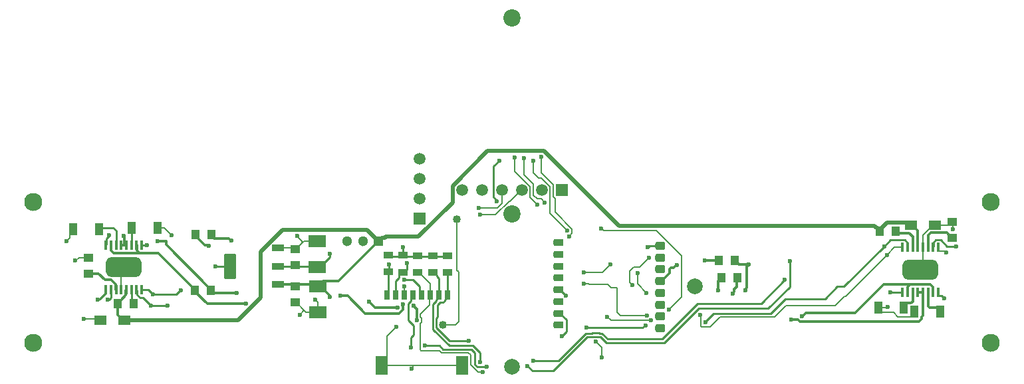
<source format=gbl>
G04*
G04 #@! TF.GenerationSoftware,Altium Limited,Altium Designer,21.3.2 (30)*
G04*
G04 Layer_Physical_Order=4*
G04 Layer_Color=16711680*
%FSLAX43Y43*%
%MOMM*%
G71*
G04*
G04 #@! TF.SameCoordinates,E583AE15-D421-4EF2-A5E4-CEDEED2159FB*
G04*
G04*
G04 #@! TF.FilePolarity,Positive*
G04*
G01*
G75*
%ADD15C,0.254*%
%ADD17C,0.203*%
%ADD24R,1.067X1.524*%
%ADD29R,1.270X1.016*%
%ADD31R,1.270X0.889*%
%ADD33R,1.016X1.270*%
%ADD70C,0.305*%
%ADD71C,0.508*%
%ADD72C,2.000*%
%ADD73C,1.300*%
%ADD74R,1.300X1.300*%
%ADD75C,2.200*%
%ADD76C,2.300*%
%ADD77C,2.300*%
%ADD78C,0.700*%
%ADD79C,1.500*%
%ADD80R,1.500X1.500*%
%ADD81R,1.500X1.500*%
%ADD82C,0.600*%
%ADD83C,1.016*%
G04:AMPARAMS|DCode=84|XSize=0.9mm|YSize=1.27mm|CornerRadius=0.225mm|HoleSize=0mm|Usage=FLASHONLY|Rotation=270.000|XOffset=0mm|YOffset=0mm|HoleType=Round|Shape=RoundedRectangle|*
%AMROUNDEDRECTD84*
21,1,0.900,0.820,0,0,270.0*
21,1,0.450,1.270,0,0,270.0*
1,1,0.450,-0.410,-0.225*
1,1,0.450,-0.410,0.225*
1,1,0.450,0.410,0.225*
1,1,0.450,0.410,-0.225*
%
%ADD84ROUNDEDRECTD84*%
G04:AMPARAMS|DCode=85|XSize=1mm|YSize=1.27mm|CornerRadius=0.25mm|HoleSize=0mm|Usage=FLASHONLY|Rotation=90.000|XOffset=0mm|YOffset=0mm|HoleType=Round|Shape=RoundedRectangle|*
%AMROUNDEDRECTD85*
21,1,1.000,0.770,0,0,90.0*
21,1,0.500,1.270,0,0,90.0*
1,1,0.500,0.385,0.250*
1,1,0.500,0.385,-0.250*
1,1,0.500,-0.385,-0.250*
1,1,0.500,-0.385,0.250*
%
%ADD85ROUNDEDRECTD85*%
%ADD86R,1.500X2.400*%
%ADD87R,0.800X1.300*%
G04:AMPARAMS|DCode=88|XSize=0.9mm|YSize=1.45mm|CornerRadius=0.05mm|HoleSize=0mm|Usage=FLASHONLY|Rotation=90.000|XOffset=0mm|YOffset=0mm|HoleType=Round|Shape=RoundedRectangle|*
%AMROUNDEDRECTD88*
21,1,0.900,1.351,0,0,90.0*
21,1,0.801,1.450,0,0,90.0*
1,1,0.099,0.676,0.401*
1,1,0.099,0.676,-0.401*
1,1,0.099,-0.676,-0.401*
1,1,0.099,-0.676,0.401*
%
%ADD88ROUNDEDRECTD88*%
G04:AMPARAMS|DCode=89|XSize=3.15mm|YSize=1.45mm|CornerRadius=0.051mm|HoleSize=0mm|Usage=FLASHONLY|Rotation=90.000|XOffset=0mm|YOffset=0mm|HoleType=Round|Shape=RoundedRectangle|*
%AMROUNDEDRECTD89*
21,1,3.150,1.349,0,0,90.0*
21,1,3.049,1.450,0,0,90.0*
1,1,0.102,0.674,1.524*
1,1,0.102,0.674,-1.524*
1,1,0.102,-0.674,-1.524*
1,1,0.102,-0.674,1.524*
%
%ADD89ROUNDEDRECTD89*%
G04:AMPARAMS|DCode=90|XSize=2.5mm|YSize=4.5mm|CornerRadius=0.625mm|HoleSize=0mm|Usage=FLASHONLY|Rotation=90.000|XOffset=0mm|YOffset=0mm|HoleType=Round|Shape=RoundedRectangle|*
%AMROUNDEDRECTD90*
21,1,2.500,3.250,0,0,90.0*
21,1,1.250,4.500,0,0,90.0*
1,1,1.250,1.625,0.625*
1,1,1.250,1.625,-0.625*
1,1,1.250,-1.625,-0.625*
1,1,1.250,-1.625,0.625*
%
%ADD90ROUNDEDRECTD90*%
G04:AMPARAMS|DCode=91|XSize=0.4mm|YSize=1.2mm|CornerRadius=0.05mm|HoleSize=0mm|Usage=FLASHONLY|Rotation=0.000|XOffset=0mm|YOffset=0mm|HoleType=Round|Shape=RoundedRectangle|*
%AMROUNDEDRECTD91*
21,1,0.400,1.100,0,0,0.0*
21,1,0.300,1.200,0,0,0.0*
1,1,0.100,0.150,-0.550*
1,1,0.100,-0.150,-0.550*
1,1,0.100,-0.150,0.550*
1,1,0.100,0.150,0.550*
%
%ADD91ROUNDEDRECTD91*%
%ADD92R,2.286X1.626*%
%ADD93R,1.575X1.219*%
D15*
X64749Y54399D02*
X65350Y55000D01*
Y56485D01*
X64535Y57300D02*
X65350Y56485D01*
X64350Y57300D02*
X64535D01*
X75700Y65750D02*
X75794D01*
X75944Y65900D02*
X77350D01*
X75794Y65750D02*
X75944Y65900D01*
X56070Y76022D02*
X56798Y76750D01*
X56800D01*
X56070Y72124D02*
Y76022D01*
Y72124D02*
X56500Y71694D01*
Y71600D02*
Y71694D01*
X106650Y60000D02*
X108150D01*
X113173Y59527D02*
X113475Y59225D01*
X112700Y59600D02*
X112773Y59527D01*
X113173D01*
X112700Y59600D02*
Y60000D01*
X44750Y61573D02*
X45827D01*
X46664Y60736D01*
X47355Y53163D02*
X49198D01*
X49648Y52713D01*
X45550Y54217D02*
X45879Y54547D01*
Y55771D01*
X45550Y52900D02*
Y54217D01*
X45220Y56430D02*
X45879Y55771D01*
X28675Y63300D02*
X33498D01*
X35250Y64418D02*
Y64850D01*
X33980Y63148D02*
X35250Y64418D01*
X33650Y63148D02*
X33980D01*
X20697Y63300D02*
X22525D01*
X15687Y59750D02*
X16187Y60250D01*
X12756Y59750D02*
X15687D01*
X16187Y60250D02*
X16280D01*
X13500Y58300D02*
X14550D01*
X13450Y58250D02*
X13500Y58300D01*
X42778Y64566D02*
X46456D01*
X83100Y56271D02*
X84107Y57278D01*
X83100Y56200D02*
Y56271D01*
X84107Y57278D02*
X91378D01*
X93250Y59150D01*
X93800Y60650D02*
Y63950D01*
X91050Y57900D02*
X93800Y60650D01*
X82200Y57900D02*
X91050D01*
X77800Y53500D02*
X82200Y57900D01*
X90150Y58550D02*
X93150Y61550D01*
X82051Y58550D02*
X90150D01*
X77551Y54050D02*
X82051Y58550D01*
X93250Y59150D02*
X98300D01*
X99850Y60700D01*
X100669D01*
X105810Y65840D01*
X108727Y65773D02*
Y66356D01*
X106596Y66627D02*
X108456D01*
X108727Y65773D02*
X108800Y65700D01*
X108456Y66627D02*
X108727Y66356D01*
X105810Y65840D02*
X106596Y66627D01*
X113833Y65800D02*
X114960D01*
X113006Y66627D02*
X113833Y65800D01*
X112394Y66627D02*
X113006D01*
X112050Y65700D02*
X112123Y65773D01*
Y66356D01*
X112394Y66627D01*
X67900Y55450D02*
X75056D01*
X75356Y55750D02*
X75450D01*
X75056Y55450D02*
X75356Y55750D01*
X68638Y54750D02*
X68660Y54772D01*
X69560D02*
X69582Y54750D01*
X68660Y54772D02*
X69560D01*
X69582Y54750D02*
X69900D01*
X68828Y54293D02*
X68849Y54315D01*
X69371D02*
X69393Y54293D01*
X63696Y49950D02*
X68039Y54293D01*
X69393D02*
X69657D01*
X67850Y54750D02*
X68638D01*
X69657Y54293D02*
X70450Y53500D01*
X68039Y54293D02*
X68828D01*
X64350Y51250D02*
X67850Y54750D01*
X69900D02*
X70600Y54050D01*
X68849Y54315D02*
X69371D01*
X61154Y51250D02*
X64350D01*
X61050Y49950D02*
X63696D01*
X70450Y53500D02*
X77800D01*
X70600Y54050D02*
X77551D01*
X60412Y50588D02*
X61050Y49950D01*
X61112Y51208D02*
X61154Y51250D01*
X50437Y53170D02*
X53430D01*
X48801Y56665D02*
X48950Y56814D01*
X48344Y55264D02*
X50437Y53170D01*
X48801Y55453D02*
Y56665D01*
Y55453D02*
X50453Y53800D01*
X52900D01*
X48344Y56854D02*
X48350Y56860D01*
X48344Y55264D02*
Y56854D01*
X48350Y56860D02*
Y58451D01*
X48950Y56814D02*
Y58363D01*
X49260Y58673D01*
X49672D01*
X49864Y58865D02*
Y59027D01*
X49672Y58673D02*
X49864Y58865D01*
Y59027D02*
X50237Y59400D01*
Y59650D01*
X49137Y59400D02*
Y61733D01*
X48764Y58865D02*
Y59027D01*
X49137Y59400D01*
X48350Y58451D02*
X48764Y58865D01*
X44576Y64616D02*
Y65726D01*
X46664Y59923D02*
Y60736D01*
Y59923D02*
X46937Y59650D01*
X45049Y63700D02*
X45081Y63668D01*
X44576Y62584D02*
X44827D01*
X44449D02*
X44576D01*
X44827D02*
X45081Y62838D01*
Y63668D01*
X45049Y63700D02*
X45081Y63732D01*
X48335Y64566D02*
X50215D01*
X46456D02*
X48335D01*
X42696Y64648D02*
X42778Y64566D01*
X50215Y59671D02*
Y62534D01*
Y59671D02*
X50237Y59650D01*
X48335Y62534D02*
X48462D01*
X48843Y62153D01*
Y62026D02*
Y62153D01*
Y62026D02*
X49137Y61733D01*
X43637Y59650D02*
Y61437D01*
X44068Y61868D01*
Y62203D02*
X44449Y62584D01*
X44068Y61868D02*
Y62203D01*
X42696Y59802D02*
Y62616D01*
X42530Y59636D02*
X42696Y59802D01*
X42750Y62670D02*
Y63500D01*
X42696Y62616D02*
X42750Y62670D01*
X45564Y59377D02*
X45837Y59650D01*
X45564Y58864D02*
Y59377D01*
X45220Y58520D02*
X45564Y58864D01*
X45220Y56430D02*
Y58520D01*
X49648Y52713D02*
X53241D01*
X54049Y50450D02*
X55200D01*
X53718Y50781D02*
X54049Y50450D01*
X53718Y50781D02*
Y52236D01*
X53241Y52713D02*
X53718Y52236D01*
X53430Y53170D02*
X54348Y52252D01*
Y51080D02*
Y52252D01*
X33498Y63300D02*
X33650Y63148D01*
X12450Y58250D02*
X13450D01*
X12695Y59689D02*
X12756Y59750D01*
X11275Y60300D02*
X12084D01*
X12695Y59689D01*
X5766Y59116D02*
X5941D01*
X6725Y59900D02*
Y60300D01*
X5941Y59116D02*
X6725Y59900D01*
X5700Y59050D02*
X5766Y59116D01*
X11430Y59270D02*
X12450Y58250D01*
X11067Y59270D02*
X11430D01*
X10698Y59639D02*
X11067Y59270D01*
X10698Y59639D02*
Y60227D01*
X10625Y60300D02*
X10698Y60227D01*
X7000Y59000D02*
X7100D01*
X7375Y59275D01*
Y60300D01*
X9975Y58757D02*
Y60300D01*
Y58757D02*
X10232Y58500D01*
X6798Y66073D02*
Y66804D01*
X6725Y66000D02*
X6798Y66073D01*
Y66804D02*
X7150Y67156D01*
Y67250D01*
X11275Y66000D02*
X11950D01*
X9975Y68023D02*
X10152Y68200D01*
X9975Y66000D02*
Y68023D01*
X5948Y68200D02*
X7650D01*
X5748Y68000D02*
X5948Y68200D01*
X8025Y66000D02*
Y67825D01*
X7650Y68200D02*
X8025Y67825D01*
D17*
X76824Y67841D02*
X80055Y64610D01*
Y59358D02*
Y64610D01*
X78454Y57757D02*
X80055Y59358D01*
X65700Y67105D02*
X66100Y67505D01*
Y68050D01*
X65700Y67050D02*
Y67105D01*
X70126Y67841D02*
X76824D01*
X54200Y70751D02*
X56551D01*
X57150Y71350D01*
Y73000D01*
X54401Y69850D02*
X56363D01*
X58077Y71564D01*
X45800Y50650D02*
X52110D01*
X41850D02*
X45800D01*
X45651Y50301D02*
X45800Y50450D01*
X45651Y50221D02*
Y50301D01*
X45800Y50450D02*
Y50650D01*
X69800Y68070D02*
X69897D01*
X70126Y67841D01*
X114550Y68022D02*
Y68882D01*
X114450Y68982D02*
X114550Y68882D01*
X106250Y58050D02*
X106300Y58100D01*
X105150Y58050D02*
X106250D01*
X67553Y62520D02*
X67573Y62500D01*
X69950D01*
X67553Y61100D02*
X67602Y61052D01*
X68260Y60950D02*
X70651D01*
X67602Y61052D02*
X68158D01*
X68260Y60950D01*
X69950Y62500D02*
X70950Y63500D01*
X44737Y59650D02*
Y60752D01*
X33350Y59050D02*
X33700Y58700D01*
Y57450D02*
Y58700D01*
X46750Y56805D02*
Y57200D01*
Y56805D02*
X46905Y56651D01*
X31713Y66237D02*
X31927Y66450D01*
X30927Y65450D02*
X31713Y66237D01*
X31097Y67072D02*
Y67193D01*
Y67072D02*
X31713Y66455D01*
Y66237D02*
Y66455D01*
X31972Y57673D02*
X32195Y57450D01*
X30977Y58668D02*
X31972Y57673D01*
X31395Y57096D02*
X31396D01*
X31972Y57673D01*
X3950Y56550D02*
X5900D01*
X6000Y56450D01*
X1700Y66450D02*
X2167Y66917D01*
Y67467D02*
X2700Y68000D01*
X2167Y66917D02*
Y67467D01*
X2905Y64000D02*
X3305Y64400D01*
X4500D01*
X2850Y64000D02*
X2905D01*
X14150Y68200D02*
X15100Y67250D01*
X13200Y68200D02*
X14150D01*
X32195Y57450D02*
X33700D01*
X30850Y58668D02*
X30977D01*
X42498Y54348D02*
X43700Y55550D01*
X42498Y51298D02*
Y54348D01*
X41850Y50650D02*
X42498Y51298D01*
X30650Y65600D02*
X30800Y65450D01*
X28675Y65600D02*
X30650D01*
X31927Y66450D02*
X33650D01*
X30800Y65450D02*
X30927D01*
X51450Y62759D02*
Y69300D01*
Y62759D02*
X51650Y62559D01*
Y56237D02*
Y62559D01*
X83700Y55550D02*
X84950Y56800D01*
X82588Y55550D02*
X83700D01*
X82469Y55669D02*
Y57061D01*
Y55669D02*
X82588Y55550D01*
X84950Y56800D02*
X91850D01*
X82400Y57130D02*
X82469Y57061D01*
X93350Y58300D02*
X95600D01*
X95650Y58250D01*
X91850Y56800D02*
X93350Y58300D01*
X105150Y57720D02*
X105480Y57390D01*
X107585Y56800D02*
X109100D01*
X105150Y57720D02*
Y58050D01*
X105480Y57390D02*
X106995D01*
X107585Y56800D01*
X109267Y56840D02*
X109800Y57373D01*
X109140Y56840D02*
X109267D01*
X109800Y57373D02*
Y57500D01*
X109100Y56800D02*
X109140Y56840D01*
X113891Y68550D02*
X114323Y68982D01*
X114450D01*
X112250Y68550D02*
X113891D01*
X95650Y58250D02*
X99550D01*
X100800Y59500D01*
X100950D01*
X106200Y64750D01*
X110425Y63619D02*
X110750Y63944D01*
Y65700D01*
X110425Y63485D02*
Y63619D01*
X107150Y65700D02*
X108150D01*
X106200Y64750D02*
X107150Y65700D01*
X113648Y65252D02*
X113812Y65088D01*
X113762D02*
X113812D01*
X112798Y65252D02*
X113648D01*
X112700Y65350D02*
X112798Y65252D01*
X112700Y65350D02*
Y65700D01*
X112650Y65650D02*
X112700Y65700D01*
X110750Y67228D02*
X112072Y68550D01*
X110750Y65700D02*
Y67228D01*
X112072Y68550D02*
X112250D01*
X58214Y71564D02*
X59650Y73000D01*
X59690D01*
X58077Y71564D02*
X58214D01*
X70651Y60950D02*
X71051Y60550D01*
X71850D01*
X75533Y57043D02*
X75576Y57000D01*
X71850Y57400D02*
Y60550D01*
Y57400D02*
X72207Y57043D01*
X75533D01*
X75576Y57000D02*
X75618Y57043D01*
X71020Y56400D02*
X76100D01*
X70570Y56850D02*
X71020Y56400D01*
X69898Y51666D02*
X69901Y51663D01*
X69110Y53684D02*
X69128D01*
X69898Y51666D02*
Y52914D01*
X69128Y53684D02*
X69898Y52914D01*
X61145Y75205D02*
Y76702D01*
Y75205D02*
X61800Y74550D01*
X62150Y75200D02*
Y77216D01*
Y75200D02*
X63700Y73650D01*
X62172Y74550D02*
X63285Y73437D01*
X63700Y72139D02*
X63950Y71889D01*
X63700Y72139D02*
Y73650D01*
X63950Y70200D02*
Y71889D01*
X63285Y71761D02*
Y73437D01*
X61800Y74550D02*
X62172D01*
X63250Y70050D02*
Y71726D01*
X63285Y71761D01*
X63950Y70200D02*
X66100Y68050D01*
X63250Y70050D02*
X65445Y67855D01*
Y67850D02*
Y67855D01*
X60000Y74950D02*
Y77100D01*
Y74950D02*
X61175Y73775D01*
X60745Y72083D02*
Y73437D01*
X60127Y74055D02*
X60745Y73437D01*
X61175Y72349D02*
X61648Y71876D01*
X61175Y72349D02*
Y73775D01*
X58800Y75382D02*
X60127Y74055D01*
X60745Y72083D02*
X61664Y71164D01*
X60127Y74055D02*
X60127D01*
X62124Y71876D02*
X62610Y71390D01*
X61648Y71876D02*
X62124D01*
X58800Y75382D02*
Y77150D01*
X51224Y55811D02*
X51650Y56237D01*
X49650Y55811D02*
X51224D01*
X49639Y55800D02*
X49650Y55811D01*
X47918Y59532D02*
X48037Y59650D01*
X46750Y57200D02*
X47918Y58368D01*
Y59532D01*
X48037Y59650D02*
Y61080D01*
X46583Y62534D02*
X48037Y61080D01*
X46456Y62534D02*
X46583D01*
X46750Y52677D02*
Y55995D01*
X46905Y56149D01*
X46750Y52677D02*
X46869Y52558D01*
X46905Y56149D02*
Y56651D01*
X46869Y52558D02*
X49192D01*
X49500Y52250D02*
X52887D01*
X49192Y52558D02*
X49500Y52250D01*
X52887D02*
X53162Y51975D01*
Y50727D02*
Y51975D01*
Y50727D02*
X54102Y49786D01*
X54747D01*
X73450Y62700D02*
X73950Y63200D01*
X74700D01*
X73450Y61211D02*
Y62700D01*
X74700Y63200D02*
X75850Y64350D01*
X73750Y60893D02*
Y60911D01*
X73450Y61211D02*
X73750Y60911D01*
X74400Y61052D02*
Y62450D01*
Y61052D02*
X75564Y59889D01*
X8675Y62825D02*
X9000Y63150D01*
X8675Y60300D02*
Y62825D01*
D24*
X5850Y68000D02*
D03*
X2598D02*
D03*
X108300Y58050D02*
D03*
X105048D02*
D03*
X10050Y68200D02*
D03*
X13302D02*
D03*
X112950Y57500D02*
D03*
X109698D02*
D03*
D29*
X114450Y66950D02*
D03*
Y68982D02*
D03*
X30800Y63418D02*
D03*
Y65450D02*
D03*
X30850Y60700D02*
D03*
Y58668D02*
D03*
X4500Y64400D02*
D03*
Y62368D02*
D03*
D31*
X44576Y64679D02*
D03*
Y62521D02*
D03*
X42696Y64712D02*
D03*
Y62553D02*
D03*
X50215Y64630D02*
D03*
Y62471D02*
D03*
X48335Y64630D02*
D03*
Y62471D02*
D03*
X46456Y64630D02*
D03*
Y62471D02*
D03*
D33*
X84768Y64050D02*
D03*
X86800D02*
D03*
X87100Y61800D02*
D03*
X85068D02*
D03*
X20100Y60200D02*
D03*
X18068D02*
D03*
X18150Y67300D02*
D03*
X20182D02*
D03*
X107250Y67800D02*
D03*
X105218D02*
D03*
X8200Y58500D02*
D03*
X10232D02*
D03*
D70*
X65255Y59559D02*
Y59570D01*
X64350Y60300D02*
X64525D01*
X65255Y59570D01*
X78500Y62900D02*
X78679Y63079D01*
X78999D02*
X79370Y63450D01*
X79450D01*
X78679Y63079D02*
X78999D01*
X78500Y62415D02*
Y62900D01*
X77350Y61400D02*
X77485D01*
X78500Y62415D01*
X36362Y61412D02*
X41450Y66500D01*
X34360Y61412D02*
X36362D01*
X30850Y60700D02*
Y61000D01*
X33700Y60752D02*
X33783Y60835D01*
X34360Y61412D01*
X30850Y61000D02*
X33617D01*
X20400Y59900D02*
X23400D01*
X20100Y60200D02*
X20400Y59900D01*
X18068Y60073D02*
Y60200D01*
Y60073D02*
X19641Y58500D01*
X24543D01*
X46294Y56407D02*
X46300Y56401D01*
X46293Y56407D02*
X46294D01*
X45896Y58224D02*
X46293Y57827D01*
Y56407D02*
Y57827D01*
X45896Y58224D02*
Y58304D01*
X44556Y58428D02*
X44590Y58462D01*
X44556Y57778D02*
Y58428D01*
X44027Y57250D02*
X44556Y57778D01*
X39750Y57250D02*
X44027D01*
X37488Y59512D02*
X39750Y57250D01*
X36612Y59512D02*
X37488D01*
X22620Y66563D02*
X22700D01*
X22366Y66817D02*
X22620Y66563D01*
X20538Y66817D02*
X22366D01*
X14400Y66027D02*
X20100Y60327D01*
Y60200D02*
Y60327D01*
X14400Y66027D02*
Y66500D01*
X13395Y65000D02*
X18068Y60327D01*
X11006Y65000D02*
X13395D01*
X18068Y60200D02*
Y60327D01*
X20182Y67173D02*
X20538Y66817D01*
X20182Y67173D02*
Y67300D01*
X18150Y67173D02*
X19359Y65964D01*
X19801D02*
X19857Y65907D01*
X18150Y67173D02*
Y67300D01*
X19359Y65964D02*
X19801D01*
X87050Y61750D02*
X87100Y61800D01*
X86750Y60358D02*
X87050Y60658D01*
Y61750D01*
X86550Y59880D02*
X86750Y60080D01*
Y60358D01*
X86550Y59800D02*
Y59880D01*
X88350Y60530D02*
Y63270D01*
X88150Y60330D02*
X88350Y60530D01*
Y63270D02*
X88550Y63470D01*
Y63550D01*
X88150Y60250D02*
Y60330D01*
X94815Y56519D02*
X95078Y56256D01*
X94031Y56519D02*
X94815D01*
X95078Y56256D02*
X110248D01*
X110584Y56592D01*
X95869Y57350D02*
X102150D01*
X95430Y56911D02*
X95869Y57350D01*
X95350Y56911D02*
X95430D01*
X84712Y61444D02*
X85068Y61800D01*
X84712Y60212D02*
Y61444D01*
X84700Y60200D02*
X84712Y60212D01*
X83018Y64050D02*
X84768D01*
X87300Y63550D02*
X88550D01*
X87283Y63567D02*
X87300Y63550D01*
X86800Y63923D02*
Y64050D01*
Y63923D02*
X87156Y63567D01*
X87283D01*
X107250Y67800D02*
X107550Y67500D01*
X107582D01*
X109450Y65700D02*
Y67050D01*
X109000Y67500D02*
X109450Y67050D01*
X107582Y67500D02*
X109000D01*
X28675Y61000D02*
X30850D01*
X102150Y57350D02*
X105752Y60952D01*
X109133D01*
X110584Y56592D02*
Y56834D01*
X110750Y57000D01*
Y60000D01*
X112848Y57500D02*
X112898D01*
X111400Y58188D02*
Y60000D01*
Y58188D02*
X111579Y58010D01*
X112619D01*
X112898Y57730D01*
Y57500D02*
Y57730D01*
X109271Y58614D02*
X109450Y58793D01*
X108665Y58614D02*
X109271D01*
X108349Y58299D02*
X108665Y58614D01*
X109450Y58793D02*
Y60000D01*
X108198Y58050D02*
X108349Y58201D01*
Y58299D01*
X108800Y60000D02*
X108848Y60048D01*
Y60667D01*
X109133Y60952D01*
X111717D01*
X112002Y60667D01*
Y60048D02*
Y60667D01*
Y60048D02*
X112050Y60000D01*
X110100D02*
X110750D01*
X111400Y65700D02*
Y67232D01*
X111756Y67588D01*
X113967Y67306D02*
X114323Y66950D01*
X113183Y67588D02*
X113195Y67600D01*
X113789D02*
X113967Y67421D01*
X114323Y66950D02*
X114450D01*
X111756Y67588D02*
X113183D01*
X113967Y67306D02*
Y67421D01*
X113195Y67600D02*
X113789D01*
X109202Y68550D02*
X109380D01*
X110100Y65700D02*
Y67830D01*
X109380Y68550D02*
X110100Y67830D01*
X40257Y58776D02*
X40983Y58050D01*
X43900D01*
X33783Y60835D02*
X33865Y60752D01*
X33617Y61000D02*
X33783Y60835D01*
X33865Y60752D02*
X34030D01*
X35194Y59589D01*
Y59456D02*
Y59589D01*
Y59456D02*
X35250Y59400D01*
X8200Y57120D02*
X8870Y56450D01*
X8200Y57120D02*
Y58500D01*
X5779Y62368D02*
X6600Y61548D01*
X4500Y62368D02*
X5779D01*
X7977Y60348D02*
X8025Y60300D01*
X7977Y60348D02*
Y60967D01*
X7396Y61548D02*
X7977Y60967D01*
X6600Y61548D02*
X7396D01*
X9277Y59633D02*
Y60252D01*
X8627Y58983D02*
X9277Y59633D01*
X8556Y58983D02*
X8627D01*
X8200Y58627D02*
X8556Y58983D01*
X8200Y58500D02*
Y58627D01*
X9277Y60252D02*
X9325Y60300D01*
X8675Y66000D02*
X9050D01*
Y67100D01*
X13350Y66500D02*
X14400D01*
X9000Y67150D02*
X9050Y67100D01*
X7756Y65000D02*
X11006D01*
X10673Y65333D02*
Y65952D01*
Y65333D02*
X11006Y65000D01*
X10625Y66000D02*
X10673Y65952D01*
X7423Y65333D02*
X7756Y65000D01*
X7375Y66000D02*
X7423Y65952D01*
Y65333D02*
Y65952D01*
D71*
X72100Y68400D02*
X104618D01*
X105218Y67800D02*
Y67927D01*
X104837Y68181D02*
X104964D01*
X62527Y77973D02*
X72100Y68400D01*
X104964Y68181D02*
X105218Y67927D01*
X104618Y68400D02*
X104837Y68181D01*
X55336Y77973D02*
X62527D01*
X41450Y66500D02*
X41846Y66896D01*
X42236D01*
X42390Y67050D01*
X8870Y56450D02*
X23564D01*
X39999Y67951D02*
X41450Y66500D01*
X29238Y67951D02*
X39999D01*
X26401Y65114D02*
X29238Y67951D01*
X26401Y59287D02*
Y65114D01*
X23564Y56450D02*
X26401Y59287D01*
X42390Y67050D02*
X46477D01*
X50863Y71436D01*
Y73500D01*
X55336Y77973D01*
X108863Y68889D02*
X109202Y68550D01*
X106180Y68889D02*
X108863D01*
X105218Y67927D02*
X106180Y68889D01*
X105218Y67800D02*
Y67927D01*
D72*
X81750Y60750D02*
D03*
X58400Y50450D02*
D03*
D73*
X37450Y66500D02*
D03*
X39450D02*
D03*
D74*
X41450D02*
D03*
D75*
X58450Y94950D02*
D03*
Y69950D02*
D03*
D76*
X119400Y71500D02*
D03*
Y53500D02*
D03*
D77*
X-2500D02*
D03*
Y71500D02*
D03*
D78*
X109028Y63485D02*
D03*
Y62215D02*
D03*
X110425Y63485D02*
D03*
Y62215D02*
D03*
X111949Y63485D02*
D03*
Y62342D02*
D03*
X10397Y62515D02*
D03*
Y63785D02*
D03*
X9000Y62515D02*
D03*
Y63785D02*
D03*
X7476Y62515D02*
D03*
Y63658D02*
D03*
D79*
X46650Y76990D02*
D03*
Y74450D02*
D03*
Y71910D02*
D03*
X62230Y73000D02*
D03*
X59690D02*
D03*
X57150D02*
D03*
X54610D02*
D03*
X52070D02*
D03*
D80*
X46650Y69370D02*
D03*
D81*
X64770Y73000D02*
D03*
D82*
X65255Y59559D02*
D03*
X64749Y54399D02*
D03*
X75700Y65750D02*
D03*
X79450Y63450D02*
D03*
X65700Y67050D02*
D03*
X56800Y76750D02*
D03*
X56500Y71600D02*
D03*
X54401Y69850D02*
D03*
X45651Y50221D02*
D03*
X106650Y60000D02*
D03*
X113475Y59225D02*
D03*
X114550Y68022D02*
D03*
X106300Y58100D02*
D03*
X67553Y62520D02*
D03*
Y61100D02*
D03*
X44737Y60752D02*
D03*
X44750Y61573D02*
D03*
X33350Y59050D02*
D03*
X47355Y53163D02*
D03*
X45550Y52900D02*
D03*
X23400Y59900D02*
D03*
X24543Y58500D02*
D03*
X31097Y67193D02*
D03*
X35250Y64850D02*
D03*
X31395Y57096D02*
D03*
X20697Y63300D02*
D03*
X3950Y56550D02*
D03*
X1700Y66450D02*
D03*
X2850Y64000D02*
D03*
X15100Y67250D02*
D03*
X46300Y56401D02*
D03*
X45896Y58304D02*
D03*
X44590Y58462D02*
D03*
X36612Y59512D02*
D03*
X22700Y66563D02*
D03*
X16280Y60250D02*
D03*
X14550Y58300D02*
D03*
X19857Y65907D02*
D03*
X43700Y55550D02*
D03*
X83100Y56200D02*
D03*
X82400Y57130D02*
D03*
X93800Y63950D02*
D03*
X93150Y61550D02*
D03*
X86550Y59800D02*
D03*
X88150Y60250D02*
D03*
X94031Y56519D02*
D03*
X95350Y56911D02*
D03*
X84700Y60200D02*
D03*
X83018Y64050D02*
D03*
X88550Y63550D02*
D03*
X105810Y65840D02*
D03*
X114960Y65800D02*
D03*
X106200Y64750D02*
D03*
X113762Y65088D02*
D03*
X54200Y70751D02*
D03*
X75618Y57043D02*
D03*
X76100Y56400D02*
D03*
X75450Y55750D02*
D03*
X78454Y57757D02*
D03*
X69800Y68070D02*
D03*
X70950Y63500D02*
D03*
X70570Y56850D02*
D03*
X67900Y55450D02*
D03*
X69901Y51663D02*
D03*
X69110Y53684D02*
D03*
X60412Y50588D02*
D03*
X61112Y51208D02*
D03*
X61145Y76702D02*
D03*
X62150Y77216D02*
D03*
X65445Y67850D02*
D03*
X60000Y77100D02*
D03*
X61664Y71164D02*
D03*
X62610Y71390D02*
D03*
X58800Y77150D02*
D03*
X44576Y65726D02*
D03*
X45081Y63732D02*
D03*
X42750Y63500D02*
D03*
X40257Y58776D02*
D03*
X54747Y49786D02*
D03*
X54348Y51080D02*
D03*
X55200Y50450D02*
D03*
X52900Y53800D02*
D03*
X74400Y62450D02*
D03*
X75564Y59889D02*
D03*
X73750Y60893D02*
D03*
X75850Y64350D02*
D03*
X43900Y58050D02*
D03*
X35250Y59400D02*
D03*
X12695Y59689D02*
D03*
X5700Y59050D02*
D03*
X12450Y58250D02*
D03*
X7000Y59000D02*
D03*
X7150Y67250D02*
D03*
X11950Y66000D02*
D03*
X13350Y66500D02*
D03*
X9000Y67150D02*
D03*
D83*
X51450Y69300D02*
D03*
X49639Y55800D02*
D03*
D84*
X64350Y57300D02*
D03*
Y60300D02*
D03*
Y66300D02*
D03*
Y64800D02*
D03*
Y63300D02*
D03*
Y61800D02*
D03*
Y58800D02*
D03*
X64326Y55826D02*
D03*
D85*
X77350Y56900D02*
D03*
Y58400D02*
D03*
Y59900D02*
D03*
Y61400D02*
D03*
Y62900D02*
D03*
Y64400D02*
D03*
Y65900D02*
D03*
Y55400D02*
D03*
D86*
X52110Y50650D02*
D03*
X41850D02*
D03*
D87*
X50237Y59650D02*
D03*
X48037D02*
D03*
X49137D02*
D03*
X46937D02*
D03*
X45837D02*
D03*
X44737D02*
D03*
X43637D02*
D03*
X42530Y59636D02*
D03*
D88*
X28675Y65600D02*
D03*
Y63300D02*
D03*
Y61000D02*
D03*
D89*
X22525Y63300D02*
D03*
D90*
X110425Y62850D02*
D03*
X9000Y63150D02*
D03*
D91*
X112700Y60000D02*
D03*
X112050D02*
D03*
X111400D02*
D03*
X110750D02*
D03*
X110100D02*
D03*
X109450D02*
D03*
X108800D02*
D03*
X108150D02*
D03*
X112700Y65700D02*
D03*
X112050D02*
D03*
X111400D02*
D03*
X110750D02*
D03*
X110100D02*
D03*
X109450D02*
D03*
X108800D02*
D03*
X108150D02*
D03*
X6725Y66000D02*
D03*
X7375D02*
D03*
X8025D02*
D03*
X9975D02*
D03*
X10625D02*
D03*
X11275D02*
D03*
X6725Y60300D02*
D03*
X7375D02*
D03*
X8025D02*
D03*
X8675D02*
D03*
X9325D02*
D03*
X9975D02*
D03*
X10625D02*
D03*
X11275D02*
D03*
X9325Y66000D02*
D03*
X8675D02*
D03*
D92*
X33650Y63148D02*
D03*
Y66450D02*
D03*
X33700Y60752D02*
D03*
Y57450D02*
D03*
D93*
X109202Y68550D02*
D03*
X112250D02*
D03*
X9048Y56450D02*
D03*
X6000D02*
D03*
M02*

</source>
